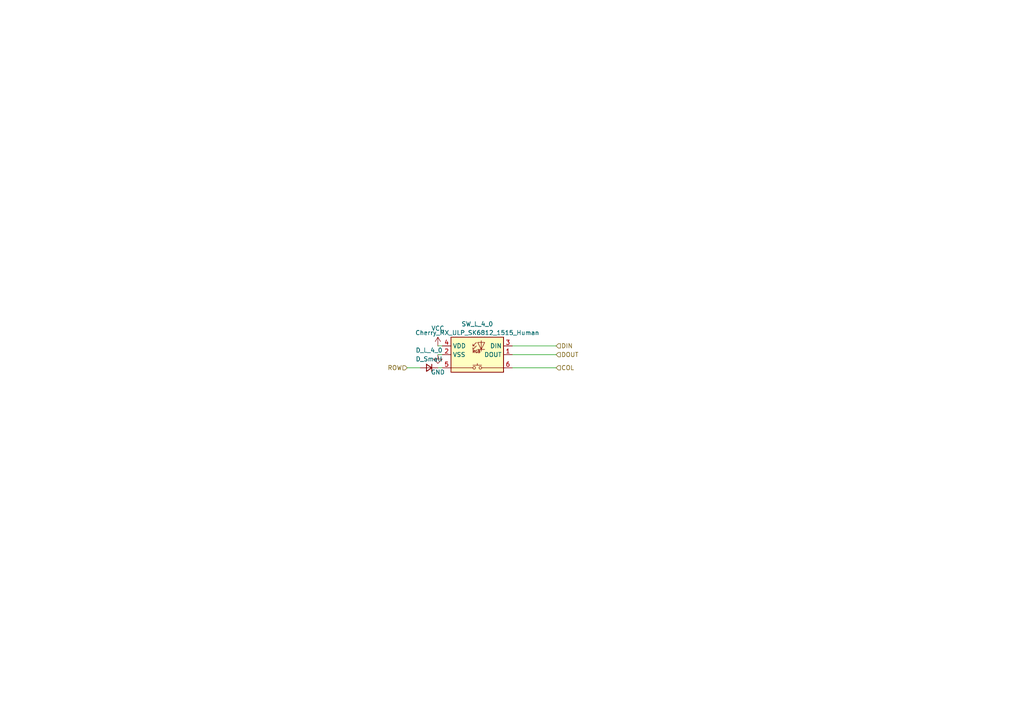
<source format=kicad_sch>
(kicad_sch (version 20230121) (generator eeschema)
  (paper "A4")
  (lib_symbols
    (symbol "Device:D_Small" (pin_numbers hide) (pin_names (offset 0.254) hide)
      (property "Reference" "D" (at -1.27 2.032 0))
      (property "Value" "D_Small" (at -3.81 -2.032 0))
      (symbol "D_Small_0_1"
        (polyline (pts (xy -0.762 -1.016) (xy -0.762 1.016)) (stroke (width 0.254)))
        (polyline (pts (xy -0.762 0) (xy 0.762 0)))
        (polyline (pts (xy 0.762 -1.016) (xy -0.762 0) (xy 0.762 1.016) (xy 0.762 -1.016)) (stroke (width 0.254)))
      )
      (symbol "D_Small_1_1"
        (pin passive line (at -2.54 0 0) (length 1.778) (name "K") (number "1"))
        (pin passive line (at 2.54 0 180) (length 1.778) (name "A") (number "2"))
      )
    )
    (symbol "mnhttn:Cherry_MX_ULP_SK6812_1515_Human"
      (property "Reference" "SW" (at 0 7.62 0))
      (property "Value" "Cherry_MX_ULP_SK6812_1515_Human" (at 0 -5.08 0))
      (symbol "Cherry_MX_ULP_SK6812_1515_Human_0_0"
        (text "RGB" (at -0.254 2.159 0) (effects (font (size 0.762 0.762))))
      )
      (symbol "Cherry_MX_ULP_SK6812_1515_Human_0_1"
        (rectangle (start -7.62 6.35) (end 7.62 -3.81) (stroke (width 0.254)) (fill (type background)))
        (polyline (pts (xy -7.62 -2.54) (xy -1.27 -2.54)))
        (polyline (pts (xy -1.27 3.81) (xy -0.762 3.81)))
        (polyline (pts (xy 1.27 -2.54) (xy 7.62 -2.54)))
        (polyline (pts (xy 2.159 2.794) (xy 0.127 2.794)))
        (polyline (pts (xy -0.254 3.81) (xy -1.27 2.794) (xy -1.27 3.302)))
        (polyline (pts (xy -0.254 4.826) (xy -1.27 3.81) (xy -1.27 4.318)))
        (polyline (pts (xy 1.143 5.334) (xy 1.143 2.794) (xy 1.143 2.286)))
        (polyline (pts (xy 2.159 4.826) (xy 0.127 4.826) (xy 1.143 2.794) (xy 2.159 4.826)))
      )
      (symbol "Cherry_MX_ULP_SK6812_1515_Human_1_1"
        (circle (center -0.889 -2.54) (radius 0.381))
        (polyline (pts (xy -1.27 -1.778) (xy 1.27 -1.778)) (stroke (width 0.1524)))
        (polyline (pts (xy 0 -1.778) (xy 0 -1.27)) (stroke (width 0.1524)))
        (circle (center 0.889 -2.54) (radius 0.381))
        (pin output line (at 10.16 1.27 180) (length 2.54) (name "DOUT") (number "1"))
        (pin power_in line (at -10.16 1.27 0) (length 2.54) (name "VSS") (number "2"))
        (pin input line (at 10.16 3.81 180) (length 2.54) (name "DIN") (number "3"))
        (pin power_in line (at -10.16 3.81 0) (length 2.54) (name "VDD") (number "4"))
        (pin passive line (at -10.16 -2.54 0) (length 2.54) (name "") (number "5"))
        (pin passive line (at 10.16 -2.54 180) (length 2.54) (name "") (number "6"))
      )
    )
    (symbol "power:GND" (power) (pin_names (offset 0))
      (property "Value" "GND" (at 0 -3.81 0))
      (symbol "GND_0_1"
        (polyline (pts (xy 0 0) (xy 0 -1.27) (xy 1.27 -1.27) (xy 0 -2.54) (xy -1.27 -1.27) (xy 0 -1.27)))
      )
      (symbol "GND_1_1"
        (pin power_in line (at 0 0 270) (length 0) hide (name "GND") (number "1"))
      )
    )
    (symbol "power:VCC" (power) (pin_names (offset 0))
      (property "Value" "VCC" (at 0 3.81 0))
      (symbol "VCC_0_1"
        (polyline (pts (xy -0.762 1.27) (xy 0 2.54)))
        (polyline (pts (xy 0 0) (xy 0 2.54)))
        (polyline (pts (xy 0 2.54) (xy 0.762 1.27)))
      )
      (symbol "VCC_1_1"
        (pin power_in line (at 0 0 90) (length 0) hide (name "VCC") (number "1"))
      )
    )
  )
  (wire (pts (xy 148.59 106.68) (xy 161.29 106.68)))
  (wire (pts (xy 118.11 106.68) (xy 121.92 106.68)))
  (wire (pts (xy 127 106.68) (xy 128.27 106.68)))
  (wire (pts (xy 127 102.87) (xy 128.27 102.87)))
  (wire (pts (xy 161.29 102.87) (xy 148.59 102.87)))
  (wire (pts (xy 148.59 100.33) (xy 161.29 100.33)))
  (wire (pts (xy 127 100.33) (xy 128.27 100.33)))
  (hierarchical_label "DOUT" (shape input) (at 161.29 102.87 0))
  (hierarchical_label "ROW" (shape input) (at 118.11 106.68 180))
  (hierarchical_label "COL" (shape input) (at 161.29 106.68 0))
  (hierarchical_label "DIN" (shape input) (at 161.29 100.33 0))
  (symbol (lib_id "power:VCC") (at 127 100.33 0) (unit 1)
    (property "Reference" "#PWR09" (effects hide))
    (property "Value" "VCC" (at 127 95.25 0))
    (instances (project "mnhttn" (path "" (reference "#PWR09") (unit 1)) (path "" (reference "#PWR027") (unit 1)) (path "" (reference "#PWR017") (unit 1)) (path "" (reference "#PWR041") (unit 1)) (path "" (reference "#PWR013") (unit 1)) (path "" (reference "#PWR015") (unit 1)) (path "" (reference "#PWR065") (unit 1)) (path "" (reference "#PWR039") (unit 1)) (path "" (reference "#PWR063") (unit 1)) (path "" (reference "#PWR051") (unit 1)) (path "" (reference "#PWR061") (unit 1)) (path "" (reference "#PWR053") (unit 1)) (path "" (reference "#PWR073") (unit 1)) (path "" (reference "#PWR071") (unit 1)) (path "" (reference "#PWR075") (unit 1)) (path "" (reference "#PWR045") (unit 1)) (path "" (reference "#PWR077") (unit 1)) (path "" (reference "#PWR055") (unit 1)) (path "" (reference "#PWR079") (unit 1)) (path "" (reference "#PWR059") (unit 1)) (path "" (reference "#PWR069") (unit 1)) (path "" (reference "#PWR067") (unit 1)) (path "" (reference "#PWR049") (unit 1)) (path "" (reference "#PWR047") (unit 1)) (path "" (reference "#PWR057") (unit 1)) (path "" (reference "#PWR031") (unit 1)) (path "" (reference "#PWR029") (unit 1)) (path "" (reference "#PWR025") (unit 1)) (path "" (reference "#PWR021") (unit 1)) (path "" (reference "#PWR011") (unit 1)) (path "" (reference "#PWR043") (unit 1)) (path "" (reference "#PWR023") (unit 1)) (path "" (reference "#PWR037") (unit 1)) (path "" (reference "#PWR035") (unit 1)) (path "" (reference "#PWR033") (unit 1)) (path "" (reference "#PWR019") (unit 1))))
  )
  (symbol (lib_id "Device:D_Small") (at 124.46 106.68 180) (unit 1)
    (property "Reference" "D_L_4_0" (at 124.46 101.6 0))
    (property "Value" "D_Small" (at 124.46 104.14 0))
    (property "Footprint" "mnhttn:Diode_SOD123" (effects hide))
    (instances (project "mnhttn" (path "" (reference "D_L_4_0") (unit 1)) (path "" (reference "D_L_3_2") (unit 1)) (path "" (reference "D_L_3_1") (unit 1)) (path "" (reference "D_L_3_0") (unit 1)) (path "" (reference "D_L_0_0") (unit 1)) (path "" (reference "D_L_4_1") (unit 1)) (path "" (reference "D_R_2_2") (unit 1)) (path "" (reference "D_L_0_3") (unit 1)) (path "" (reference "D_R_3_2") (unit 1)) (path "" (reference "D_R_4_1") (unit 1)) (path "" (reference "D_R_4_2") (unit 1)) (path "" (reference "D_R_3_1") (unit 1)) (path "" (reference "D_R_1_3") (unit 1)) (path "" (reference "D_R_2_3") (unit 1)) (path "" (reference "D_R_0_3") (unit 1)) (path "" (reference "D_R_4_0") (unit 1)) (path "" (reference "D_R_3_0") (unit 1)) (path "" (reference "D_R_2_1") (unit 1)) (path "" (reference "D_R_2_0") (unit 1)) (path "" (reference "D_R_0_1") (unit 1)) (path "" (reference "D_R_0_2") (unit 1)) (path "" (reference "D_R_1_2") (unit 1)) (path "" (reference "D_R_0_0") (unit 1)) (path "" (reference "D_R_1_0") (unit 1)) (path "" (reference "D_R_1_1") (unit 1)) (path "" (reference "D_L_1_2") (unit 1)) (path "" (reference "D_L_2_2") (unit 1)) (path "" (reference "D_L_4_2") (unit 1)) (path "" (reference "D_L_1_1") (unit 1)) (path "" (reference "D_L_1_0") (unit 1)) (path "" (reference "D_L_2_0") (unit 1)) (path "" (reference "D_L_0_1") (unit 1)) (path "" (reference "D_L_1_3") (unit 1)) (path "" (reference "D_L_2_3") (unit 1)) (path "" (reference "D_L_0_2") (unit 1)) (path "" (reference "D_L_2_1") (unit 1))))
  )
  (symbol (lib_id "mnhttn:Cherry_MX_ULP_SK6812_1515_Human") (at 138.43 104.14 0) (unit 1)
    (property "Reference" "SW_L_4_0" (at 138.43 93.98 0))
    (property "Value" "Cherry_MX_ULP_SK6812_1515_Human" (at 138.43 96.52 0))
    (property "Footprint" "mnhttn:Cherry_MX_ULP_Human" (effects hide))
    (instances (project "mnhttn" (path "" (reference "SW_L_4_0") (unit 1)) (path "" (reference "SW_L_3_2") (unit 1)) (path "" (reference "SW_L_3_1") (unit 1)) (path "" (reference "SW_L_3_0") (unit 1)) (path "" (reference "SW_L_0_0") (unit 1)) (path "" (reference "SW_L_4_1") (unit 1)) (path "" (reference "SW_R_2_2") (unit 1)) (path "" (reference "SW_L_0_3") (unit 1)) (path "" (reference "SW_R_3_2") (unit 1)) (path "" (reference "SW_R_4_1") (unit 1)) (path "" (reference "SW_R_4_2") (unit 1)) (path "" (reference "SW_R_3_1") (unit 1)) (path "" (reference "SW_R_1_3") (unit 1)) (path "" (reference "SW_R_2_3") (unit 1)) (path "" (reference "SW_R_0_3") (unit 1)) (path "" (reference "SW_R_4_0") (unit 1)) (path "" (reference "SW_R_3_0") (unit 1)) (path "" (reference "SW_R_2_1") (unit 1)) (path "" (reference "SW_R_2_0") (unit 1)) (path "" (reference "SW_R_0_1") (unit 1)) (path "" (reference "SW_R_0_2") (unit 1)) (path "" (reference "SW_R_1_2") (unit 1)) (path "" (reference "SW_R_0_0") (unit 1)) (path "" (reference "SW_R_1_0") (unit 1)) (path "" (reference "SW_R_1_1") (unit 1)) (path "" (reference "SW_L_1_2") (unit 1)) (path "" (reference "SW_L_2_2") (unit 1)) (path "" (reference "SW_L_4_2") (unit 1)) (path "" (reference "SW_L_1_1") (unit 1)) (path "" (reference "SW_L_1_0") (unit 1)) (path "" (reference "SW_L_2_0") (unit 1)) (path "" (reference "SW_L_0_1") (unit 1)) (path "" (reference "SW_L_1_3") (unit 1)) (path "" (reference "SW_L_2_3") (unit 1)) (path "" (reference "SW_L_0_2") (unit 1)) (path "" (reference "SW_L_2_1") (unit 1))))
  )
  (symbol (lib_id "power:GND") (at 127 102.87 0) (unit 1)
    (property "Reference" "#PWR010" (effects hide))
    (property "Value" "GND" (at 127 107.95 0))
    (instances (project "mnhttn" (path "" (reference "#PWR010") (unit 1)) (path "" (reference "#PWR028") (unit 1)) (path "" (reference "#PWR018") (unit 1)) (path "" (reference "#PWR042") (unit 1)) (path "" (reference "#PWR014") (unit 1)) (path "" (reference "#PWR016") (unit 1)) (path "" (reference "#PWR066") (unit 1)) (path "" (reference "#PWR040") (unit 1)) (path "" (reference "#PWR064") (unit 1)) (path "" (reference "#PWR052") (unit 1)) (path "" (reference "#PWR062") (unit 1)) (path "" (reference "#PWR054") (unit 1)) (path "" (reference "#PWR074") (unit 1)) (path "" (reference "#PWR072") (unit 1)) (path "" (reference "#PWR076") (unit 1)) (path "" (reference "#PWR046") (unit 1)) (path "" (reference "#PWR078") (unit 1)) (path "" (reference "#PWR056") (unit 1)) (path "" (reference "#PWR080") (unit 1)) (path "" (reference "#PWR060") (unit 1)) (path "" (reference "#PWR070") (unit 1)) (path "" (reference "#PWR068") (unit 1)) (path "" (reference "#PWR050") (unit 1)) (path "" (reference "#PWR048") (unit 1)) (path "" (reference "#PWR058") (unit 1)) (path "" (reference "#PWR032") (unit 1)) (path "" (reference "#PWR030") (unit 1)) (path "" (reference "#PWR026") (unit 1)) (path "" (reference "#PWR022") (unit 1)) (path "" (reference "#PWR012") (unit 1)) (path "" (reference "#PWR044") (unit 1)) (path "" (reference "#PWR024") (unit 1)) (path "" (reference "#PWR038") (unit 1)) (path "" (reference "#PWR036") (unit 1)) (path "" (reference "#PWR034") (unit 1)) (path "" (reference "#PWR020") (unit 1))))
  )
)
</source>
